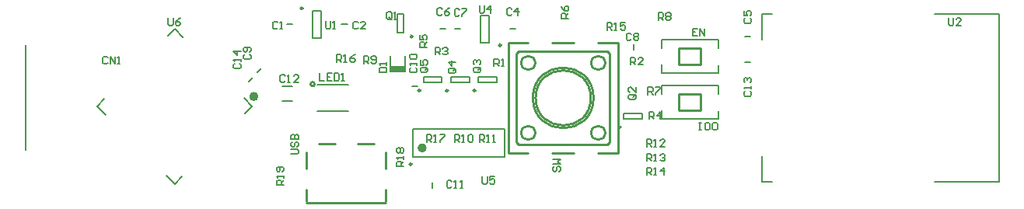
<source format=gto>
G04 Layer_Color=65535*
%FSLAX24Y24*%
%MOIN*%
G70*
G01*
G75*
%ADD42C,0.0079*%
%ADD43C,0.0197*%
%ADD44C,0.0098*%
%ADD56C,0.0100*%
%ADD57C,0.0200*%
%ADD58C,0.0060*%
%ADD59C,0.0060*%
%ADD60C,0.0050*%
%ADD61C,0.0080*%
%ADD62R,0.0630X0.0217*%
D42*
X15039Y5207D02*
X15669D01*
X15669Y5876D01*
X15039Y5207D02*
Y5876D01*
X15354Y7664D02*
X15591D01*
X15354Y6876D02*
Y7664D01*
Y6876D02*
X15591D01*
X15591Y7664D02*
X15591Y6876D01*
X11890Y3514D02*
X13248Y3514D01*
X11890Y4616D02*
X13248D01*
X18907Y7589D02*
X19282D01*
X18907Y6447D02*
Y7589D01*
Y6447D02*
X19282D01*
Y7589D01*
X10413Y4577D02*
X10846D01*
X10413Y3947D02*
X10846D01*
X-610Y1815D02*
Y6315D01*
X16850Y207D02*
Y443D01*
X19944Y1526D02*
Y2746D01*
X16007Y1526D02*
Y2746D01*
X19944D01*
X16007Y1526D02*
X19944D01*
X30236Y5608D02*
X30472D01*
X30236Y6703D02*
X30472D01*
X25457Y6118D02*
Y6354D01*
X9339Y5162D02*
X9506Y5329D01*
X15980Y4557D02*
X16217D01*
X11703Y6647D02*
X12077D01*
Y7789D01*
X11703D02*
X12077D01*
X11703Y6647D02*
Y7789D01*
X8972Y4769D02*
X9139Y4936D01*
X17165Y7018D02*
X17402D01*
X17795D02*
X18031D01*
X12953Y7218D02*
X13189D01*
X10591D02*
X10827D01*
X20157Y7018D02*
X20394D01*
X25831Y3169D02*
Y3406D01*
X25043D02*
X25831D01*
X25043Y3169D02*
Y3406D01*
Y3169D02*
X25831D01*
X19606Y4734D02*
Y4971D01*
X18819D02*
X19606D01*
X18819Y4734D02*
Y4971D01*
Y4734D02*
X19606D01*
X17244D02*
Y4971D01*
X16457D02*
X17244D01*
X16457Y4734D02*
Y4971D01*
Y4734D02*
X17244D01*
X18425D02*
Y4971D01*
X17638D02*
X18425D01*
X17638Y4734D02*
Y4971D01*
Y4734D02*
X18425D01*
X28268Y3004D02*
X28373D01*
X28320D01*
Y2689D01*
X28268D01*
X28373D01*
X28688Y3004D02*
X28583D01*
X28530Y2952D01*
Y2742D01*
X28583Y2689D01*
X28688D01*
X28740Y2742D01*
Y2952D01*
X28688Y3004D01*
X28845Y2952D02*
X28897Y3004D01*
X29002D01*
X29055Y2952D01*
Y2742D01*
X29002Y2689D01*
X28897D01*
X28845Y2742D01*
Y2952D01*
X28202Y7047D02*
X27992D01*
Y6732D01*
X28202D01*
X27992Y6890D02*
X28097D01*
X28307Y6732D02*
Y7047D01*
X28517Y6732D01*
Y7047D01*
X14567Y5162D02*
X14882D01*
Y5320D01*
X14829Y5372D01*
X14620D01*
X14567Y5320D01*
Y5162D01*
X14882Y5477D02*
Y5582D01*
Y5530D01*
X14567D01*
X14620Y5477D01*
X10788Y1653D02*
X11050D01*
X11102Y1705D01*
Y1810D01*
X11050Y1863D01*
X10788D01*
X10840Y2178D02*
X10788Y2125D01*
Y2020D01*
X10840Y1968D01*
X10892D01*
X10945Y2020D01*
Y2125D01*
X10997Y2178D01*
X11050D01*
X11102Y2125D01*
Y2020D01*
X11050Y1968D01*
X10788Y2283D02*
X11102D01*
Y2440D01*
X11050Y2492D01*
X10997D01*
X10945Y2440D01*
Y2283D01*
Y2440D01*
X10892Y2492D01*
X10840D01*
X10788Y2440D01*
Y2283D01*
X18985Y696D02*
Y434D01*
X19037Y381D01*
X19142D01*
X19194Y434D01*
Y696D01*
X19509D02*
X19299D01*
Y539D01*
X19404Y591D01*
X19457D01*
X19509Y539D01*
Y434D01*
X19457Y381D01*
X19352D01*
X19299Y434D01*
X10472Y325D02*
X10158D01*
Y482D01*
X10210Y535D01*
X10315D01*
X10367Y482D01*
Y325D01*
Y430D02*
X10472Y535D01*
Y640D02*
Y745D01*
Y692D01*
X10158D01*
X10210Y640D01*
X10420Y902D02*
X10472Y955D01*
Y1060D01*
X10420Y1112D01*
X10210D01*
X10158Y1060D01*
Y955D01*
X10210Y902D01*
X10263D01*
X10315Y955D01*
Y1112D01*
X15618Y1132D02*
X15303D01*
Y1289D01*
X15355Y1342D01*
X15460D01*
X15513Y1289D01*
Y1132D01*
Y1237D02*
X15618Y1342D01*
Y1447D02*
Y1552D01*
Y1499D01*
X15303D01*
X15355Y1447D01*
Y1709D02*
X15303Y1762D01*
Y1867D01*
X15355Y1919D01*
X15408D01*
X15460Y1867D01*
X15513Y1919D01*
X15565D01*
X15618Y1867D01*
Y1762D01*
X15565Y1709D01*
X15513D01*
X15460Y1762D01*
X15408Y1709D01*
X15355D01*
X15460Y1762D02*
Y1867D01*
X12736Y5601D02*
Y5915D01*
X12894D01*
X12946Y5863D01*
Y5758D01*
X12894Y5705D01*
X12736D01*
X12841D02*
X12946Y5601D01*
X13051D02*
X13156D01*
X13104D01*
Y5915D01*
X13051Y5863D01*
X13523Y5915D02*
X13418Y5863D01*
X13313Y5758D01*
Y5653D01*
X13366Y5601D01*
X13471D01*
X13523Y5653D01*
Y5705D01*
X13471Y5758D01*
X13313D01*
X24331Y6978D02*
Y7293D01*
X24488D01*
X24541Y7241D01*
Y7136D01*
X24488Y7083D01*
X24331D01*
X24436D02*
X24541Y6978D01*
X24646D02*
X24751D01*
X24698D01*
Y7293D01*
X24646Y7241D01*
X25118Y7293D02*
X24908D01*
Y7136D01*
X25013Y7188D01*
X25065D01*
X25118Y7136D01*
Y7031D01*
X25065Y6978D01*
X24960D01*
X24908Y7031D01*
X18858Y2175D02*
Y2490D01*
X19016D01*
X19068Y2438D01*
Y2333D01*
X19016Y2280D01*
X18858D01*
X18963D02*
X19068Y2175D01*
X19173D02*
X19278D01*
X19226D01*
Y2490D01*
X19173Y2438D01*
X19436Y2175D02*
X19540D01*
X19488D01*
Y2490D01*
X19436Y2438D01*
X17795Y2175D02*
Y2490D01*
X17953D01*
X18005Y2438D01*
Y2333D01*
X17953Y2280D01*
X17795D01*
X17900D02*
X18005Y2175D01*
X18110D02*
X18215D01*
X18163D01*
Y2490D01*
X18110Y2438D01*
X18373D02*
X18425Y2490D01*
X18530D01*
X18582Y2438D01*
Y2228D01*
X18530Y2175D01*
X18425D01*
X18373Y2228D01*
Y2438D01*
X13898Y5541D02*
Y5856D01*
X14055D01*
X14108Y5804D01*
Y5699D01*
X14055Y5646D01*
X13898D01*
X14003D02*
X14108Y5541D01*
X14212Y5594D02*
X14265Y5541D01*
X14370D01*
X14422Y5594D01*
Y5804D01*
X14370Y5856D01*
X14265D01*
X14212Y5804D01*
Y5751D01*
X14265Y5699D01*
X14422D01*
X26535Y7402D02*
Y7716D01*
X26693D01*
X26745Y7664D01*
Y7559D01*
X26693Y7507D01*
X26535D01*
X26640D02*
X26745Y7402D01*
X26850Y7664D02*
X26903Y7716D01*
X27008D01*
X27060Y7664D01*
Y7611D01*
X27008Y7559D01*
X27060Y7507D01*
Y7454D01*
X27008Y7402D01*
X26903D01*
X26850Y7454D01*
Y7507D01*
X26903Y7559D01*
X26850Y7611D01*
Y7664D01*
X26903Y7559D02*
X27008D01*
X26087Y4213D02*
Y4527D01*
X26244D01*
X26297Y4475D01*
Y4370D01*
X26244Y4318D01*
X26087D01*
X26192D02*
X26297Y4213D01*
X26401Y4527D02*
X26611D01*
Y4475D01*
X26401Y4265D01*
Y4213D01*
X22677Y7480D02*
X22362D01*
Y7638D01*
X22415Y7690D01*
X22520D01*
X22572Y7638D01*
Y7480D01*
Y7585D02*
X22677Y7690D01*
X22362Y8005D02*
X22415Y7900D01*
X22520Y7795D01*
X22625D01*
X22677Y7848D01*
Y7953D01*
X22625Y8005D01*
X22572D01*
X22520Y7953D01*
Y7795D01*
X16614Y6240D02*
X16299D01*
Y6398D01*
X16352Y6450D01*
X16457D01*
X16509Y6398D01*
Y6240D01*
Y6345D02*
X16614Y6450D01*
X16299Y6765D02*
Y6555D01*
X16457D01*
X16404Y6660D01*
Y6713D01*
X16457Y6765D01*
X16562D01*
X16614Y6713D01*
Y6608D01*
X16562Y6555D01*
X19488Y5423D02*
Y5738D01*
X19646D01*
X19698Y5686D01*
Y5581D01*
X19646Y5528D01*
X19488D01*
X19593D02*
X19698Y5423D01*
X19803D02*
X19908D01*
X19856D01*
Y5738D01*
X19803Y5686D01*
X17671Y469D02*
X17618Y522D01*
X17513D01*
X17461Y469D01*
Y259D01*
X17513Y207D01*
X17618D01*
X17671Y259D01*
X17775Y207D02*
X17880D01*
X17828D01*
Y522D01*
X17775Y469D01*
X18038Y207D02*
X18143D01*
X18090D01*
Y522D01*
X18038Y469D01*
X25340Y5482D02*
Y5797D01*
X25497D01*
X25550Y5745D01*
Y5640D01*
X25497Y5587D01*
X25340D01*
X25445D02*
X25550Y5482D01*
X25865D02*
X25655D01*
X25865Y5692D01*
Y5745D01*
X25812Y5797D01*
X25707D01*
X25655Y5745D01*
X26142Y3150D02*
Y3465D01*
X26299D01*
X26352Y3412D01*
Y3307D01*
X26299Y3255D01*
X26142D01*
X26247D02*
X26352Y3150D01*
X26614D02*
Y3465D01*
X26457Y3307D01*
X26667D01*
X38976Y7494D02*
Y7231D01*
X39029Y7179D01*
X39134D01*
X39186Y7231D01*
Y7494D01*
X39501Y7179D02*
X39291D01*
X39501Y7389D01*
Y7441D01*
X39449Y7494D01*
X39344D01*
X39291Y7441D01*
X2926Y5784D02*
X2874Y5837D01*
X2769D01*
X2717Y5784D01*
Y5574D01*
X2769Y5522D01*
X2874D01*
X2926Y5574D01*
X3031Y5522D02*
Y5837D01*
X3241Y5522D01*
Y5837D01*
X3346Y5522D02*
X3451D01*
X3399D01*
Y5837D01*
X3346Y5784D01*
X10525Y4997D02*
X10472Y5049D01*
X10367D01*
X10315Y4997D01*
Y4787D01*
X10367Y4734D01*
X10472D01*
X10525Y4787D01*
X10630Y4734D02*
X10735D01*
X10682D01*
Y5049D01*
X10630Y4997D01*
X11102Y4734D02*
X10892D01*
X11102Y4944D01*
Y4997D01*
X11050Y5049D01*
X10945D01*
X10892Y4997D01*
X5512Y7490D02*
Y7228D01*
X5564Y7175D01*
X5669D01*
X5722Y7228D01*
Y7490D01*
X6037D02*
X5932Y7438D01*
X5827Y7333D01*
Y7228D01*
X5879Y7175D01*
X5984D01*
X6037Y7228D01*
Y7280D01*
X5984Y7333D01*
X5827D01*
X20249Y7871D02*
X20197Y7923D01*
X20092D01*
X20039Y7871D01*
Y7661D01*
X20092Y7608D01*
X20197D01*
X20249Y7661D01*
X20512Y7608D02*
Y7923D01*
X20354Y7766D01*
X20564D01*
X30249Y7484D02*
X30197Y7431D01*
Y7326D01*
X30249Y7274D01*
X30459D01*
X30512Y7326D01*
Y7431D01*
X30459Y7484D01*
X30197Y7799D02*
Y7589D01*
X30354D01*
X30302Y7694D01*
Y7746D01*
X30354Y7799D01*
X30459D01*
X30512Y7746D01*
Y7641D01*
X30459Y7589D01*
X25367Y6794D02*
X25315Y6846D01*
X25210D01*
X25157Y6794D01*
Y6584D01*
X25210Y6532D01*
X25315D01*
X25367Y6584D01*
X25472Y6794D02*
X25525Y6846D01*
X25630D01*
X25682Y6794D01*
Y6742D01*
X25630Y6689D01*
X25682Y6637D01*
Y6584D01*
X25630Y6532D01*
X25525D01*
X25472Y6584D01*
Y6637D01*
X25525Y6689D01*
X25472Y6742D01*
Y6794D01*
X25525Y6689D02*
X25630D01*
X10210Y7287D02*
X10157Y7339D01*
X10052D01*
X10000Y7287D01*
Y7077D01*
X10052Y7024D01*
X10157D01*
X10210Y7077D01*
X10315Y7024D02*
X10420D01*
X10367D01*
Y7339D01*
X10315Y7287D01*
X13655D02*
X13602Y7339D01*
X13497D01*
X13445Y7287D01*
Y7077D01*
X13497Y7024D01*
X13602D01*
X13655Y7077D01*
X13970Y7024D02*
X13760D01*
X13970Y7234D01*
Y7287D01*
X13917Y7339D01*
X13812D01*
X13760Y7287D01*
X18005Y7841D02*
X17953Y7894D01*
X17848D01*
X17795Y7841D01*
Y7631D01*
X17848Y7579D01*
X17953D01*
X18005Y7631D01*
X18110Y7894D02*
X18320D01*
Y7841D01*
X18110Y7631D01*
Y7579D01*
X17257Y7871D02*
X17205Y7923D01*
X17100D01*
X17047Y7871D01*
Y7661D01*
X17100Y7608D01*
X17205D01*
X17257Y7661D01*
X17572Y7923D02*
X17467Y7871D01*
X17362Y7766D01*
Y7661D01*
X17415Y7608D01*
X17520D01*
X17572Y7661D01*
Y7713D01*
X17520Y7766D01*
X17362D01*
X30249Y4350D02*
X30197Y4297D01*
Y4192D01*
X30249Y4140D01*
X30459D01*
X30512Y4192D01*
Y4297D01*
X30459Y4350D01*
X30512Y4455D02*
Y4560D01*
Y4507D01*
X30197D01*
X30249Y4455D01*
Y4717D02*
X30197Y4770D01*
Y4875D01*
X30249Y4927D01*
X30302D01*
X30354Y4875D01*
Y4822D01*
Y4875D01*
X30407Y4927D01*
X30459D01*
X30512Y4875D01*
Y4770D01*
X30459Y4717D01*
X8360Y5535D02*
X8307Y5482D01*
Y5377D01*
X8360Y5325D01*
X8570D01*
X8622Y5377D01*
Y5482D01*
X8570Y5535D01*
X8622Y5640D02*
Y5745D01*
Y5692D01*
X8307D01*
X8360Y5640D01*
X8622Y6060D02*
X8307D01*
X8465Y5902D01*
Y6112D01*
X16968Y5915D02*
Y6230D01*
X17126D01*
X17178Y6178D01*
Y6073D01*
X17126Y6020D01*
X16968D01*
X17073D02*
X17178Y5915D01*
X17283Y6178D02*
X17336Y6230D01*
X17441D01*
X17493Y6178D01*
Y6125D01*
X17441Y6073D01*
X17388D01*
X17441D01*
X17493Y6020D01*
Y5968D01*
X17441Y5915D01*
X17336D01*
X17283Y5968D01*
X18858Y8022D02*
Y7759D01*
X18911Y7707D01*
X19016D01*
X19068Y7759D01*
Y8022D01*
X19331Y7707D02*
Y8022D01*
X19173Y7864D01*
X19383D01*
X12268Y7362D02*
Y7100D01*
X12320Y7047D01*
X12425D01*
X12478Y7100D01*
Y7362D01*
X12583Y7047D02*
X12688D01*
X12635D01*
Y7362D01*
X12583Y7310D01*
X15919Y5364D02*
X15866Y5312D01*
Y5207D01*
X15919Y5154D01*
X16129D01*
X16181Y5207D01*
Y5312D01*
X16129Y5364D01*
X16181Y5469D02*
Y5574D01*
Y5521D01*
X15866D01*
X15919Y5469D01*
Y5731D02*
X15866Y5784D01*
Y5889D01*
X15919Y5941D01*
X16129D01*
X16181Y5889D01*
Y5784D01*
X16129Y5731D01*
X15919D01*
X8793Y5929D02*
X8740Y5876D01*
Y5771D01*
X8793Y5719D01*
X9003D01*
X9055Y5771D01*
Y5876D01*
X9003Y5929D01*
Y6033D02*
X9055Y6086D01*
Y6191D01*
X9003Y6243D01*
X8793D01*
X8740Y6191D01*
Y6086D01*
X8793Y6033D01*
X8845D01*
X8898Y6086D01*
Y6243D01*
X12008Y5128D02*
Y4813D01*
X12218D01*
X12533Y5128D02*
X12323D01*
Y4813D01*
X12533D01*
X12323Y4971D02*
X12428D01*
X12638Y5128D02*
Y4813D01*
X12795D01*
X12847Y4866D01*
Y5075D01*
X12795Y5128D01*
X12638D01*
X12952Y4813D02*
X13057D01*
X13005D01*
Y5128D01*
X12952Y5075D01*
X26028Y1978D02*
Y2293D01*
X26185D01*
X26237Y2241D01*
Y2136D01*
X26185Y2083D01*
X26028D01*
X26133D02*
X26237Y1978D01*
X26342D02*
X26447D01*
X26395D01*
Y2293D01*
X26342Y2241D01*
X26815Y1978D02*
X26605D01*
X26815Y2188D01*
Y2241D01*
X26762Y2293D01*
X26657D01*
X26605Y2241D01*
X26028Y758D02*
Y1073D01*
X26185D01*
X26237Y1020D01*
Y915D01*
X26185Y863D01*
X26028D01*
X26133D02*
X26237Y758D01*
X26342D02*
X26447D01*
X26395D01*
Y1073D01*
X26342Y1020D01*
X26762Y758D02*
Y1073D01*
X26605Y915D01*
X26815D01*
X26028Y1349D02*
Y1663D01*
X26185D01*
X26237Y1611D01*
Y1506D01*
X26185Y1453D01*
X26028D01*
X26133D02*
X26237Y1349D01*
X26342D02*
X26447D01*
X26395D01*
Y1663D01*
X26342Y1611D01*
X26605D02*
X26657Y1663D01*
X26762D01*
X26815Y1611D01*
Y1558D01*
X26762Y1506D01*
X26710D01*
X26762D01*
X26815Y1453D01*
Y1401D01*
X26762Y1349D01*
X26657D01*
X26605Y1401D01*
X22060Y1115D02*
X22008Y1063D01*
Y958D01*
X22060Y906D01*
X22113D01*
X22165Y958D01*
Y1063D01*
X22218Y1115D01*
X22270D01*
X22323Y1063D01*
Y958D01*
X22270Y906D01*
X22008Y1220D02*
X22323D01*
X22218Y1325D01*
X22323Y1430D01*
X22008D01*
X15092Y7493D02*
Y7703D01*
X15039Y7756D01*
X14934D01*
X14882Y7703D01*
Y7493D01*
X14934Y7441D01*
X15039D01*
X14987Y7546D02*
X15092Y7441D01*
X15039D02*
X15092Y7493D01*
X15197Y7441D02*
X15302D01*
X15249D01*
Y7756D01*
X15197Y7703D01*
X25503Y4206D02*
X25293D01*
X25240Y4154D01*
Y4049D01*
X25293Y3996D01*
X25503D01*
X25555Y4049D01*
Y4154D01*
X25450Y4101D02*
X25555Y4206D01*
Y4154D02*
X25503Y4206D01*
X25555Y4521D02*
Y4311D01*
X25345Y4521D01*
X25293D01*
X25240Y4468D01*
Y4364D01*
X25293Y4311D01*
X18855Y5377D02*
X18645D01*
X18593Y5325D01*
Y5220D01*
X18645Y5167D01*
X18855D01*
X18907Y5220D01*
Y5325D01*
X18803Y5272D02*
X18907Y5377D01*
Y5325D02*
X18855Y5377D01*
X18645Y5482D02*
X18593Y5535D01*
Y5640D01*
X18645Y5692D01*
X18698D01*
X18750Y5640D01*
Y5587D01*
Y5640D01*
X18803Y5692D01*
X18855D01*
X18907Y5640D01*
Y5535D01*
X18855Y5482D01*
X17786Y5338D02*
X17576D01*
X17524Y5286D01*
Y5181D01*
X17576Y5128D01*
X17786D01*
X17839Y5181D01*
Y5286D01*
X17734Y5233D02*
X17839Y5338D01*
Y5286D02*
X17786Y5338D01*
X17839Y5600D02*
X17524D01*
X17681Y5443D01*
Y5653D01*
X16586Y5372D02*
X16377D01*
X16324Y5320D01*
Y5215D01*
X16377Y5162D01*
X16586D01*
X16639Y5215D01*
Y5320D01*
X16534Y5267D02*
X16639Y5372D01*
Y5320D02*
X16586Y5372D01*
X16324Y5687D02*
Y5477D01*
X16482D01*
X16429Y5582D01*
Y5635D01*
X16482Y5687D01*
X16586D01*
X16639Y5635D01*
Y5530D01*
X16586Y5477D01*
X16595Y2175D02*
Y2490D01*
X16753D01*
X16805Y2438D01*
Y2333D01*
X16753Y2280D01*
X16595D01*
X16700D02*
X16805Y2175D01*
X16910D02*
X17015D01*
X16963D01*
Y2490D01*
X16910Y2438D01*
X17172Y2490D02*
X17382D01*
Y2438D01*
X17172Y2228D01*
Y2175D01*
D43*
X16499Y1919D02*
G03*
X16499Y1919I-98J0D01*
G01*
D44*
X15994Y6699D02*
G03*
X15994Y6699I-49J0D01*
G01*
X19793Y6329D02*
G03*
X19793Y6329I-49J0D01*
G01*
X15958Y1221D02*
G03*
X15958Y1221I-49J0D01*
G01*
X11289Y7907D02*
G03*
X11289Y7907I-49J0D01*
G01*
X24915Y2815D02*
G03*
X24915Y2815I-49J0D01*
G01*
X18691Y4380D02*
G03*
X18691Y4380I-49J0D01*
G01*
X16329D02*
G03*
X16329Y4380I-49J0D01*
G01*
X17510D02*
G03*
X17510Y4380I-49J0D01*
G01*
D56*
X21251Y2565D02*
G03*
X21251Y2565I-300J0D01*
G01*
Y5565D02*
G03*
X21251Y5565I-300J0D01*
G01*
X24251Y2565D02*
G03*
X24251Y2565I-300J0D01*
G01*
Y5565D02*
G03*
X24251Y5565I-300J0D01*
G01*
X23751Y4065D02*
G03*
X23751Y4065I-1300J0D01*
G01*
X23632D02*
G03*
X23632Y4065I-1181J0D01*
G01*
X11791Y4656D02*
G03*
X11791Y4656I-88J0D01*
G01*
X27394Y4218D02*
X28344Y4218D01*
X27394Y3518D02*
Y4218D01*
Y3518D02*
X28344Y3518D01*
Y4218D01*
X27394Y6187D02*
X28344Y6187D01*
X27394Y5487D02*
Y6187D01*
Y5487D02*
X28344Y5487D01*
Y6187D01*
X23940Y6427D02*
X24813Y6427D01*
X21972Y6427D02*
X22910D01*
X20089D02*
X20942D01*
X23940Y1703D02*
X24813Y1703D01*
X21972Y1703D02*
X22910D01*
X20089D02*
X20942D01*
X20089D02*
Y6427D01*
X24813Y1703D02*
Y6427D01*
X20451Y2165D02*
Y5965D01*
X20551Y6065D01*
X24351D01*
X24451Y5965D01*
Y2165D02*
Y5965D01*
X24351Y2065D02*
X24451Y2165D01*
X20551Y2065D02*
X24351D01*
X20451Y2165D02*
X20551Y2065D01*
X14850Y1032D02*
Y1748D01*
Y-365D02*
Y141D01*
X11449Y1032D02*
Y1748D01*
Y-385D02*
Y141D01*
X13641Y2102D02*
X14330D01*
X11449Y-438D02*
X14850Y-438D01*
X11969Y2100D02*
X12658D01*
D57*
X9286Y4125D02*
G03*
X9286Y4125I-100J0D01*
G01*
D58*
X26683Y4215D02*
Y4587D01*
Y3149D02*
Y3522D01*
Y6183D02*
Y6556D01*
Y5118D02*
Y5490D01*
D59*
Y4587D02*
X29106D01*
Y4224D02*
Y4587D01*
X26683Y3149D02*
X29106D01*
Y3513D01*
X26683Y6556D02*
X29106D01*
Y6192D02*
Y6556D01*
X26683Y5118D02*
X29106D01*
Y5481D01*
D60*
X5792Y7024D02*
X6145Y6671D01*
X5509Y6741D02*
X5792Y7024D01*
X2468Y3701D02*
X2786Y4019D01*
X2468Y3701D02*
X2822Y3347D01*
X5438Y731D02*
X5792Y377D01*
X6110Y696D01*
X8761Y4054D02*
X9115Y3701D01*
X8797Y3383D02*
X9115Y3701D01*
D61*
X30985Y6565D02*
X30985Y7658D01*
X31390Y7658D01*
X30985Y472D02*
Y1565D01*
Y472D02*
X31390D01*
X38363Y7658D02*
X41125D01*
X38363Y472D02*
X41125Y472D01*
X41125Y7658D02*
X41125Y472D01*
D62*
X15354Y5315D02*
D03*
M02*

</source>
